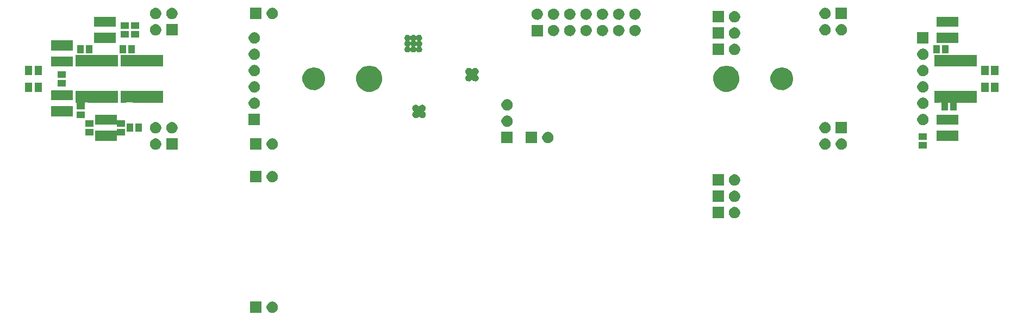
<source format=gbs>
G04 (created by PCBNEW (2013-07-07 BZR 4022)-stable) date 2/23/2014 11:45:34 PM*
%MOIN*%
G04 Gerber Fmt 3.4, Leading zero omitted, Abs format*
%FSLAX34Y34*%
G01*
G70*
G90*
G04 APERTURE LIST*
%ADD10C,0.00590551*%
G04 APERTURE END LIST*
G54D10*
G36*
X830Y14726D02*
X379Y14726D01*
X379Y15297D01*
X830Y15297D01*
X830Y14726D01*
X830Y14726D01*
G37*
G36*
X830Y13696D02*
X379Y13696D01*
X379Y14267D01*
X830Y14267D01*
X830Y13696D01*
X830Y13696D01*
G37*
G36*
X1430Y14726D02*
X979Y14726D01*
X979Y15297D01*
X1430Y15297D01*
X1430Y14726D01*
X1430Y14726D01*
G37*
G36*
X1430Y13696D02*
X979Y13696D01*
X979Y14267D01*
X1430Y14267D01*
X1430Y13696D01*
X1430Y13696D01*
G37*
G36*
X2898Y14566D02*
X2401Y14566D01*
X2401Y14968D01*
X2898Y14968D01*
X2898Y14566D01*
X2898Y14566D01*
G37*
G36*
X2898Y14031D02*
X2401Y14031D01*
X2401Y14433D01*
X2898Y14433D01*
X2898Y14031D01*
X2898Y14031D01*
G37*
G36*
X3311Y16235D02*
X1988Y16235D01*
X1988Y16849D01*
X3311Y16849D01*
X3311Y16235D01*
X3311Y16235D01*
G37*
G36*
X3311Y15250D02*
X1988Y15250D01*
X1988Y15864D01*
X3311Y15864D01*
X3311Y15250D01*
X3311Y15250D01*
G37*
G36*
X3311Y13185D02*
X1988Y13185D01*
X1988Y13799D01*
X3311Y13799D01*
X3311Y13185D01*
X3311Y13185D01*
G37*
G36*
X3311Y12200D02*
X1988Y12200D01*
X1988Y12814D01*
X3311Y12814D01*
X3311Y12200D01*
X3311Y12200D01*
G37*
G36*
X3983Y16051D02*
X3581Y16051D01*
X3581Y16548D01*
X3983Y16548D01*
X3983Y16051D01*
X3983Y16051D01*
G37*
G36*
X4048Y12081D02*
X3551Y12081D01*
X3551Y12483D01*
X4048Y12483D01*
X4048Y12081D01*
X4048Y12081D01*
G37*
G36*
X4518Y16051D02*
X4116Y16051D01*
X4116Y16548D01*
X4518Y16548D01*
X4518Y16051D01*
X4518Y16051D01*
G37*
G36*
X4598Y11566D02*
X4101Y11566D01*
X4101Y11968D01*
X4598Y11968D01*
X4598Y11566D01*
X4598Y11566D01*
G37*
G36*
X4598Y11031D02*
X4101Y11031D01*
X4101Y11433D01*
X4598Y11433D01*
X4598Y11031D01*
X4598Y11031D01*
G37*
G36*
X5961Y17685D02*
X4638Y17685D01*
X4638Y18299D01*
X5961Y18299D01*
X5961Y17685D01*
X5961Y17685D01*
G37*
G36*
X5961Y16700D02*
X4638Y16700D01*
X4638Y17314D01*
X5961Y17314D01*
X5961Y16700D01*
X5961Y16700D01*
G37*
G36*
X6105Y15241D02*
X5890Y15241D01*
X5876Y15241D01*
X5771Y15241D01*
X5757Y15241D01*
X5634Y15241D01*
X5620Y15241D01*
X5515Y15241D01*
X5501Y15241D01*
X5378Y15241D01*
X5364Y15241D01*
X5259Y15241D01*
X5245Y15241D01*
X5122Y15241D01*
X5108Y15241D01*
X5003Y15241D01*
X4989Y15241D01*
X4866Y15241D01*
X4852Y15241D01*
X4747Y15241D01*
X4733Y15241D01*
X4610Y15241D01*
X4596Y15241D01*
X4491Y15241D01*
X4477Y15241D01*
X4354Y15241D01*
X4340Y15241D01*
X4235Y15241D01*
X4221Y15241D01*
X4098Y15241D01*
X4084Y15241D01*
X3979Y15241D01*
X3965Y15241D01*
X3842Y15241D01*
X3828Y15241D01*
X3723Y15241D01*
X3709Y15241D01*
X3494Y15241D01*
X3494Y15962D01*
X3709Y15962D01*
X3723Y15962D01*
X3828Y15962D01*
X3842Y15962D01*
X3965Y15962D01*
X3979Y15962D01*
X4084Y15962D01*
X4098Y15962D01*
X4221Y15962D01*
X4235Y15962D01*
X4340Y15962D01*
X4354Y15962D01*
X4477Y15962D01*
X4491Y15962D01*
X4596Y15962D01*
X4610Y15962D01*
X4733Y15962D01*
X4747Y15962D01*
X4852Y15962D01*
X4866Y15962D01*
X4989Y15962D01*
X5003Y15962D01*
X5108Y15962D01*
X5122Y15962D01*
X5245Y15962D01*
X5259Y15962D01*
X5364Y15962D01*
X5378Y15962D01*
X5501Y15962D01*
X5515Y15962D01*
X5620Y15962D01*
X5634Y15962D01*
X5757Y15962D01*
X5771Y15962D01*
X5876Y15962D01*
X5890Y15962D01*
X6105Y15962D01*
X6105Y15241D01*
X6105Y15241D01*
G37*
G36*
X6105Y13037D02*
X5890Y13037D01*
X5876Y13037D01*
X5771Y13037D01*
X5757Y13037D01*
X5634Y13037D01*
X5620Y13037D01*
X5515Y13037D01*
X5501Y13037D01*
X5378Y13037D01*
X5364Y13037D01*
X5259Y13037D01*
X5245Y13037D01*
X5122Y13037D01*
X5108Y13037D01*
X5003Y13037D01*
X4989Y13037D01*
X4866Y13037D01*
X4852Y13037D01*
X4747Y13037D01*
X4733Y13037D01*
X4610Y13037D01*
X4596Y13037D01*
X4491Y13037D01*
X4477Y13037D01*
X4240Y13037D01*
X4235Y13039D01*
X4221Y13039D01*
X4102Y13039D01*
X4089Y13039D01*
X4088Y13039D01*
X4075Y13039D01*
X4063Y13034D01*
X4053Y13024D01*
X4048Y13012D01*
X4048Y12998D01*
X4048Y12616D01*
X3551Y12616D01*
X3551Y12996D01*
X3551Y13010D01*
X3546Y13022D01*
X3536Y13032D01*
X3524Y13037D01*
X3510Y13037D01*
X3494Y13037D01*
X3494Y13758D01*
X3713Y13758D01*
X3727Y13758D01*
X3732Y13760D01*
X3965Y13760D01*
X3979Y13760D01*
X4088Y13760D01*
X4102Y13760D01*
X4335Y13760D01*
X4340Y13758D01*
X4354Y13758D01*
X4477Y13758D01*
X4491Y13758D01*
X4596Y13758D01*
X4610Y13758D01*
X4733Y13758D01*
X4747Y13758D01*
X4852Y13758D01*
X4866Y13758D01*
X4989Y13758D01*
X5003Y13758D01*
X5108Y13758D01*
X5122Y13758D01*
X5245Y13758D01*
X5259Y13758D01*
X5364Y13758D01*
X5378Y13758D01*
X5501Y13758D01*
X5515Y13758D01*
X5620Y13758D01*
X5634Y13758D01*
X5757Y13758D01*
X5771Y13758D01*
X5876Y13758D01*
X5890Y13758D01*
X6105Y13758D01*
X6105Y13037D01*
X6105Y13037D01*
G37*
G36*
X6523Y11566D02*
X6026Y11566D01*
X6026Y11644D01*
X6026Y11657D01*
X6021Y11670D01*
X6011Y11680D01*
X5999Y11685D01*
X5985Y11685D01*
X4688Y11685D01*
X4688Y12299D01*
X6011Y12299D01*
X6011Y12009D01*
X6011Y11995D01*
X6016Y11983D01*
X6026Y11973D01*
X6038Y11968D01*
X6052Y11968D01*
X6523Y11968D01*
X6523Y11566D01*
X6523Y11566D01*
G37*
G36*
X6523Y11031D02*
X6052Y11031D01*
X6038Y11031D01*
X6026Y11026D01*
X6016Y11016D01*
X6011Y11004D01*
X6011Y10990D01*
X6011Y10700D01*
X4688Y10700D01*
X4688Y11314D01*
X5985Y11314D01*
X5999Y11314D01*
X6011Y11319D01*
X6021Y11329D01*
X6026Y11342D01*
X6026Y11355D01*
X6026Y11433D01*
X6523Y11433D01*
X6523Y11031D01*
X6523Y11031D01*
G37*
G36*
X6583Y16051D02*
X6181Y16051D01*
X6181Y16548D01*
X6583Y16548D01*
X6583Y16051D01*
X6583Y16051D01*
G37*
G36*
X6748Y17566D02*
X6251Y17566D01*
X6251Y17968D01*
X6748Y17968D01*
X6748Y17566D01*
X6748Y17566D01*
G37*
G36*
X6748Y17031D02*
X6251Y17031D01*
X6251Y17433D01*
X6748Y17433D01*
X6748Y17031D01*
X6748Y17031D01*
G37*
G36*
X7033Y11251D02*
X6631Y11251D01*
X6631Y11748D01*
X7033Y11748D01*
X7033Y11251D01*
X7033Y11251D01*
G37*
G36*
X7118Y16051D02*
X6716Y16051D01*
X6716Y16548D01*
X7118Y16548D01*
X7118Y16051D01*
X7118Y16051D01*
G37*
G36*
X7398Y17566D02*
X6901Y17566D01*
X6901Y17968D01*
X7398Y17968D01*
X7398Y17566D01*
X7398Y17566D01*
G37*
G36*
X7398Y17031D02*
X6901Y17031D01*
X6901Y17433D01*
X7398Y17433D01*
X7398Y17031D01*
X7398Y17031D01*
G37*
G36*
X7568Y11251D02*
X7166Y11251D01*
X7166Y11748D01*
X7568Y11748D01*
X7568Y11251D01*
X7568Y11251D01*
G37*
G36*
X8745Y18531D02*
X8744Y18458D01*
X8728Y18388D01*
X8702Y18330D01*
X8660Y18271D01*
X8615Y18228D01*
X8554Y18189D01*
X8495Y18166D01*
X8423Y18153D01*
X8361Y18155D01*
X8290Y18170D01*
X8233Y18195D01*
X8172Y18237D01*
X8129Y18282D01*
X8090Y18343D01*
X8067Y18401D01*
X8054Y18473D01*
X8054Y18535D01*
X8070Y18607D01*
X8094Y18664D01*
X8136Y18725D01*
X8180Y18768D01*
X8242Y18808D01*
X8299Y18831D01*
X8371Y18845D01*
X8433Y18845D01*
X8505Y18830D01*
X8562Y18806D01*
X8623Y18765D01*
X8666Y18721D01*
X8707Y18659D01*
X8731Y18603D01*
X8745Y18531D01*
X8745Y18531D01*
G37*
G36*
X8745Y17531D02*
X8744Y17458D01*
X8728Y17388D01*
X8702Y17330D01*
X8660Y17271D01*
X8615Y17228D01*
X8554Y17189D01*
X8495Y17166D01*
X8423Y17153D01*
X8361Y17155D01*
X8290Y17170D01*
X8233Y17195D01*
X8172Y17237D01*
X8129Y17282D01*
X8090Y17343D01*
X8067Y17401D01*
X8054Y17473D01*
X8054Y17535D01*
X8070Y17607D01*
X8094Y17664D01*
X8136Y17725D01*
X8180Y17768D01*
X8242Y17808D01*
X8299Y17831D01*
X8371Y17845D01*
X8433Y17845D01*
X8505Y17830D01*
X8562Y17806D01*
X8623Y17765D01*
X8666Y17721D01*
X8707Y17659D01*
X8731Y17603D01*
X8745Y17531D01*
X8745Y17531D01*
G37*
G36*
X8745Y11531D02*
X8744Y11458D01*
X8728Y11388D01*
X8702Y11330D01*
X8660Y11271D01*
X8615Y11228D01*
X8554Y11189D01*
X8495Y11166D01*
X8423Y11153D01*
X8361Y11155D01*
X8290Y11170D01*
X8233Y11195D01*
X8172Y11237D01*
X8129Y11282D01*
X8090Y11343D01*
X8067Y11401D01*
X8054Y11473D01*
X8054Y11535D01*
X8070Y11607D01*
X8094Y11664D01*
X8136Y11725D01*
X8180Y11768D01*
X8242Y11808D01*
X8299Y11831D01*
X8371Y11845D01*
X8433Y11845D01*
X8505Y11830D01*
X8562Y11806D01*
X8623Y11765D01*
X8666Y11721D01*
X8707Y11659D01*
X8731Y11603D01*
X8745Y11531D01*
X8745Y11531D01*
G37*
G36*
X8745Y10531D02*
X8744Y10458D01*
X8728Y10388D01*
X8702Y10330D01*
X8660Y10271D01*
X8615Y10228D01*
X8554Y10189D01*
X8495Y10166D01*
X8423Y10153D01*
X8361Y10155D01*
X8290Y10170D01*
X8233Y10195D01*
X8172Y10237D01*
X8129Y10282D01*
X8090Y10343D01*
X8067Y10401D01*
X8054Y10473D01*
X8054Y10535D01*
X8070Y10607D01*
X8094Y10664D01*
X8136Y10725D01*
X8180Y10768D01*
X8242Y10808D01*
X8299Y10831D01*
X8371Y10845D01*
X8433Y10845D01*
X8505Y10830D01*
X8562Y10806D01*
X8623Y10765D01*
X8666Y10721D01*
X8707Y10659D01*
X8731Y10603D01*
X8745Y10531D01*
X8745Y10531D01*
G37*
G36*
X8855Y15241D02*
X8640Y15241D01*
X8626Y15241D01*
X8521Y15241D01*
X8507Y15241D01*
X8384Y15241D01*
X8370Y15241D01*
X8265Y15241D01*
X8251Y15241D01*
X8128Y15241D01*
X8114Y15241D01*
X8009Y15241D01*
X7995Y15241D01*
X7872Y15241D01*
X7858Y15241D01*
X7753Y15241D01*
X7739Y15241D01*
X7616Y15241D01*
X7602Y15241D01*
X7497Y15241D01*
X7483Y15241D01*
X7360Y15241D01*
X7346Y15241D01*
X7241Y15241D01*
X7227Y15241D01*
X7104Y15241D01*
X7090Y15241D01*
X6985Y15241D01*
X6971Y15241D01*
X6848Y15241D01*
X6834Y15241D01*
X6729Y15241D01*
X6715Y15241D01*
X6592Y15241D01*
X6578Y15241D01*
X6473Y15241D01*
X6459Y15241D01*
X6244Y15241D01*
X6244Y15962D01*
X6459Y15962D01*
X6473Y15962D01*
X6578Y15962D01*
X6592Y15962D01*
X6715Y15962D01*
X6729Y15962D01*
X6834Y15962D01*
X6848Y15962D01*
X6971Y15962D01*
X6985Y15962D01*
X7090Y15962D01*
X7104Y15962D01*
X7227Y15962D01*
X7241Y15962D01*
X7346Y15962D01*
X7360Y15962D01*
X7483Y15962D01*
X7497Y15962D01*
X7602Y15962D01*
X7616Y15962D01*
X7739Y15962D01*
X7753Y15962D01*
X7858Y15962D01*
X7872Y15962D01*
X7995Y15962D01*
X8009Y15962D01*
X8114Y15962D01*
X8128Y15962D01*
X8251Y15962D01*
X8265Y15962D01*
X8370Y15962D01*
X8384Y15962D01*
X8507Y15962D01*
X8521Y15962D01*
X8626Y15962D01*
X8640Y15962D01*
X8855Y15962D01*
X8855Y15241D01*
X8855Y15241D01*
G37*
G36*
X8855Y13037D02*
X8640Y13037D01*
X8626Y13037D01*
X8521Y13037D01*
X8507Y13037D01*
X8384Y13037D01*
X8370Y13037D01*
X8265Y13037D01*
X8251Y13037D01*
X8128Y13037D01*
X8114Y13037D01*
X8009Y13037D01*
X7995Y13037D01*
X7872Y13037D01*
X7858Y13037D01*
X7753Y13037D01*
X7739Y13037D01*
X7616Y13037D01*
X7602Y13037D01*
X7497Y13037D01*
X7483Y13037D01*
X7360Y13037D01*
X7346Y13037D01*
X7241Y13037D01*
X7227Y13037D01*
X6990Y13037D01*
X6985Y13039D01*
X6971Y13039D01*
X6852Y13039D01*
X6838Y13039D01*
X6729Y13039D01*
X6715Y13039D01*
X6592Y13039D01*
X6578Y13039D01*
X6573Y13037D01*
X6244Y13037D01*
X6244Y13758D01*
X6463Y13758D01*
X6477Y13758D01*
X6482Y13760D01*
X6715Y13760D01*
X6729Y13760D01*
X6838Y13760D01*
X6852Y13760D01*
X7085Y13760D01*
X7090Y13758D01*
X7104Y13758D01*
X7227Y13758D01*
X7241Y13758D01*
X7346Y13758D01*
X7360Y13758D01*
X7483Y13758D01*
X7497Y13758D01*
X7602Y13758D01*
X7616Y13758D01*
X7739Y13758D01*
X7753Y13758D01*
X7858Y13758D01*
X7872Y13758D01*
X7995Y13758D01*
X8009Y13758D01*
X8114Y13758D01*
X8128Y13758D01*
X8251Y13758D01*
X8265Y13758D01*
X8370Y13758D01*
X8384Y13758D01*
X8507Y13758D01*
X8521Y13758D01*
X8626Y13758D01*
X8640Y13758D01*
X8855Y13758D01*
X8855Y13037D01*
X8855Y13037D01*
G37*
G36*
X9745Y18531D02*
X9744Y18458D01*
X9728Y18388D01*
X9702Y18330D01*
X9660Y18271D01*
X9615Y18228D01*
X9554Y18189D01*
X9495Y18166D01*
X9423Y18153D01*
X9361Y18155D01*
X9290Y18170D01*
X9233Y18195D01*
X9172Y18237D01*
X9129Y18282D01*
X9090Y18343D01*
X9067Y18401D01*
X9054Y18473D01*
X9054Y18535D01*
X9070Y18607D01*
X9094Y18664D01*
X9136Y18725D01*
X9180Y18768D01*
X9242Y18808D01*
X9299Y18831D01*
X9371Y18845D01*
X9433Y18845D01*
X9505Y18830D01*
X9562Y18806D01*
X9623Y18765D01*
X9666Y18721D01*
X9707Y18659D01*
X9731Y18603D01*
X9745Y18531D01*
X9745Y18531D01*
G37*
G36*
X9745Y11531D02*
X9744Y11458D01*
X9728Y11388D01*
X9702Y11330D01*
X9660Y11271D01*
X9615Y11228D01*
X9554Y11189D01*
X9495Y11166D01*
X9423Y11153D01*
X9361Y11155D01*
X9290Y11170D01*
X9233Y11195D01*
X9172Y11237D01*
X9129Y11282D01*
X9090Y11343D01*
X9067Y11401D01*
X9054Y11473D01*
X9054Y11535D01*
X9070Y11607D01*
X9094Y11664D01*
X9136Y11725D01*
X9180Y11768D01*
X9242Y11808D01*
X9299Y11831D01*
X9371Y11845D01*
X9433Y11845D01*
X9505Y11830D01*
X9562Y11806D01*
X9623Y11765D01*
X9666Y11721D01*
X9707Y11659D01*
X9731Y11603D01*
X9745Y11531D01*
X9745Y11531D01*
G37*
G36*
X9745Y17154D02*
X9054Y17154D01*
X9054Y17845D01*
X9745Y17845D01*
X9745Y17154D01*
X9745Y17154D01*
G37*
G36*
X9745Y10154D02*
X9054Y10154D01*
X9054Y10845D01*
X9745Y10845D01*
X9745Y10154D01*
X9745Y10154D01*
G37*
G36*
X14795Y17031D02*
X14794Y16958D01*
X14778Y16888D01*
X14752Y16830D01*
X14710Y16771D01*
X14665Y16728D01*
X14604Y16689D01*
X14545Y16666D01*
X14473Y16653D01*
X14411Y16655D01*
X14340Y16670D01*
X14283Y16695D01*
X14222Y16737D01*
X14179Y16782D01*
X14140Y16843D01*
X14117Y16901D01*
X14104Y16973D01*
X14104Y17035D01*
X14120Y17107D01*
X14144Y17164D01*
X14186Y17225D01*
X14230Y17268D01*
X14292Y17308D01*
X14349Y17331D01*
X14421Y17345D01*
X14483Y17345D01*
X14555Y17330D01*
X14612Y17306D01*
X14673Y17265D01*
X14716Y17221D01*
X14757Y17159D01*
X14781Y17103D01*
X14795Y17031D01*
X14795Y17031D01*
G37*
G36*
X14795Y16031D02*
X14794Y15958D01*
X14778Y15888D01*
X14752Y15830D01*
X14710Y15771D01*
X14665Y15728D01*
X14604Y15689D01*
X14545Y15666D01*
X14473Y15653D01*
X14411Y15655D01*
X14340Y15670D01*
X14283Y15695D01*
X14222Y15737D01*
X14179Y15782D01*
X14140Y15843D01*
X14117Y15901D01*
X14104Y15973D01*
X14104Y16035D01*
X14120Y16107D01*
X14144Y16164D01*
X14186Y16225D01*
X14230Y16268D01*
X14292Y16308D01*
X14349Y16331D01*
X14421Y16345D01*
X14483Y16345D01*
X14555Y16330D01*
X14612Y16306D01*
X14673Y16265D01*
X14716Y16221D01*
X14757Y16159D01*
X14781Y16103D01*
X14795Y16031D01*
X14795Y16031D01*
G37*
G36*
X14795Y15031D02*
X14794Y14958D01*
X14778Y14888D01*
X14752Y14830D01*
X14710Y14771D01*
X14665Y14728D01*
X14604Y14689D01*
X14545Y14666D01*
X14473Y14653D01*
X14411Y14655D01*
X14340Y14670D01*
X14283Y14695D01*
X14222Y14737D01*
X14179Y14782D01*
X14140Y14843D01*
X14117Y14901D01*
X14104Y14973D01*
X14104Y15035D01*
X14120Y15107D01*
X14144Y15164D01*
X14186Y15225D01*
X14230Y15268D01*
X14292Y15308D01*
X14349Y15331D01*
X14421Y15345D01*
X14483Y15345D01*
X14555Y15330D01*
X14612Y15306D01*
X14673Y15265D01*
X14716Y15221D01*
X14757Y15159D01*
X14781Y15103D01*
X14795Y15031D01*
X14795Y15031D01*
G37*
G36*
X14795Y14031D02*
X14794Y13958D01*
X14778Y13888D01*
X14752Y13830D01*
X14710Y13771D01*
X14665Y13728D01*
X14604Y13689D01*
X14545Y13666D01*
X14473Y13653D01*
X14411Y13655D01*
X14340Y13670D01*
X14283Y13695D01*
X14222Y13737D01*
X14179Y13782D01*
X14140Y13843D01*
X14117Y13901D01*
X14104Y13973D01*
X14104Y14035D01*
X14120Y14107D01*
X14144Y14164D01*
X14186Y14225D01*
X14230Y14268D01*
X14292Y14308D01*
X14349Y14331D01*
X14421Y14345D01*
X14483Y14345D01*
X14555Y14330D01*
X14612Y14306D01*
X14673Y14265D01*
X14716Y14221D01*
X14757Y14159D01*
X14781Y14103D01*
X14795Y14031D01*
X14795Y14031D01*
G37*
G36*
X14795Y13031D02*
X14794Y12958D01*
X14778Y12888D01*
X14752Y12830D01*
X14710Y12771D01*
X14665Y12728D01*
X14604Y12689D01*
X14545Y12666D01*
X14473Y12653D01*
X14411Y12655D01*
X14340Y12670D01*
X14283Y12695D01*
X14222Y12737D01*
X14179Y12782D01*
X14140Y12843D01*
X14117Y12901D01*
X14104Y12973D01*
X14104Y13035D01*
X14120Y13107D01*
X14144Y13164D01*
X14186Y13225D01*
X14230Y13268D01*
X14292Y13308D01*
X14349Y13331D01*
X14421Y13345D01*
X14483Y13345D01*
X14555Y13330D01*
X14612Y13306D01*
X14673Y13265D01*
X14716Y13221D01*
X14757Y13159D01*
X14781Y13103D01*
X14795Y13031D01*
X14795Y13031D01*
G37*
G36*
X14795Y11654D02*
X14104Y11654D01*
X14104Y12345D01*
X14795Y12345D01*
X14795Y11654D01*
X14795Y11654D01*
G37*
G36*
X14895Y18154D02*
X14204Y18154D01*
X14204Y18845D01*
X14895Y18845D01*
X14895Y18154D01*
X14895Y18154D01*
G37*
G36*
X14895Y10154D02*
X14204Y10154D01*
X14204Y10845D01*
X14895Y10845D01*
X14895Y10154D01*
X14895Y10154D01*
G37*
G36*
X14895Y8154D02*
X14204Y8154D01*
X14204Y8845D01*
X14895Y8845D01*
X14895Y8154D01*
X14895Y8154D01*
G37*
G36*
X14895Y154D02*
X14204Y154D01*
X14204Y845D01*
X14895Y845D01*
X14895Y154D01*
X14895Y154D01*
G37*
G36*
X15895Y18531D02*
X15894Y18458D01*
X15878Y18388D01*
X15852Y18330D01*
X15810Y18271D01*
X15765Y18228D01*
X15704Y18189D01*
X15645Y18166D01*
X15573Y18153D01*
X15511Y18155D01*
X15440Y18170D01*
X15383Y18195D01*
X15322Y18237D01*
X15279Y18282D01*
X15240Y18343D01*
X15217Y18401D01*
X15204Y18473D01*
X15204Y18535D01*
X15220Y18607D01*
X15244Y18664D01*
X15286Y18725D01*
X15330Y18768D01*
X15392Y18808D01*
X15449Y18831D01*
X15521Y18845D01*
X15583Y18845D01*
X15655Y18830D01*
X15712Y18806D01*
X15773Y18765D01*
X15816Y18721D01*
X15857Y18659D01*
X15881Y18603D01*
X15895Y18531D01*
X15895Y18531D01*
G37*
G36*
X15895Y10531D02*
X15894Y10458D01*
X15878Y10388D01*
X15852Y10330D01*
X15810Y10271D01*
X15765Y10228D01*
X15704Y10189D01*
X15645Y10166D01*
X15573Y10153D01*
X15511Y10155D01*
X15440Y10170D01*
X15383Y10195D01*
X15322Y10237D01*
X15279Y10282D01*
X15240Y10343D01*
X15217Y10401D01*
X15204Y10473D01*
X15204Y10535D01*
X15220Y10607D01*
X15244Y10664D01*
X15286Y10725D01*
X15330Y10768D01*
X15392Y10808D01*
X15449Y10831D01*
X15521Y10845D01*
X15583Y10845D01*
X15655Y10830D01*
X15712Y10806D01*
X15773Y10765D01*
X15816Y10721D01*
X15857Y10659D01*
X15881Y10603D01*
X15895Y10531D01*
X15895Y10531D01*
G37*
G36*
X15895Y8531D02*
X15894Y8458D01*
X15878Y8388D01*
X15852Y8330D01*
X15810Y8271D01*
X15765Y8228D01*
X15704Y8189D01*
X15645Y8166D01*
X15573Y8153D01*
X15511Y8155D01*
X15440Y8170D01*
X15383Y8195D01*
X15322Y8237D01*
X15279Y8282D01*
X15240Y8343D01*
X15217Y8401D01*
X15204Y8473D01*
X15204Y8535D01*
X15220Y8607D01*
X15244Y8664D01*
X15286Y8725D01*
X15330Y8768D01*
X15392Y8808D01*
X15449Y8831D01*
X15521Y8845D01*
X15583Y8845D01*
X15655Y8830D01*
X15712Y8806D01*
X15773Y8765D01*
X15816Y8721D01*
X15857Y8659D01*
X15881Y8603D01*
X15895Y8531D01*
X15895Y8531D01*
G37*
G36*
X15895Y531D02*
X15894Y458D01*
X15878Y388D01*
X15852Y330D01*
X15810Y271D01*
X15765Y228D01*
X15704Y189D01*
X15645Y166D01*
X15573Y153D01*
X15511Y155D01*
X15440Y170D01*
X15383Y195D01*
X15322Y237D01*
X15279Y282D01*
X15240Y343D01*
X15217Y401D01*
X15204Y473D01*
X15204Y535D01*
X15220Y607D01*
X15244Y664D01*
X15286Y725D01*
X15330Y768D01*
X15392Y808D01*
X15449Y831D01*
X15521Y845D01*
X15583Y845D01*
X15655Y830D01*
X15712Y806D01*
X15773Y765D01*
X15816Y721D01*
X15857Y659D01*
X15881Y603D01*
X15895Y531D01*
X15895Y531D01*
G37*
G36*
X18795Y14565D02*
X18793Y14414D01*
X18762Y14277D01*
X18708Y14157D01*
X18627Y14041D01*
X18532Y13951D01*
X18412Y13875D01*
X18290Y13827D01*
X18150Y13803D01*
X18019Y13805D01*
X17881Y13836D01*
X17761Y13888D01*
X17645Y13969D01*
X17554Y14063D01*
X17477Y14183D01*
X17429Y14304D01*
X17403Y14444D01*
X17405Y14574D01*
X17434Y14714D01*
X17486Y14833D01*
X17566Y14951D01*
X17659Y15042D01*
X17779Y15120D01*
X17899Y15169D01*
X18039Y15196D01*
X18169Y15195D01*
X18309Y15166D01*
X18429Y15116D01*
X18547Y15036D01*
X18639Y14944D01*
X18718Y14825D01*
X18767Y14705D01*
X18795Y14565D01*
X18795Y14565D01*
G37*
G36*
X22300Y14575D02*
X22298Y14401D01*
X22262Y14243D01*
X22200Y14105D01*
X22107Y13972D01*
X21997Y13867D01*
X21860Y13781D01*
X21718Y13726D01*
X21558Y13698D01*
X21407Y13701D01*
X21248Y13736D01*
X21110Y13796D01*
X20976Y13889D01*
X20871Y13998D01*
X20783Y14134D01*
X20727Y14275D01*
X20698Y14435D01*
X20700Y14586D01*
X20734Y14746D01*
X20793Y14884D01*
X20885Y15019D01*
X20993Y15124D01*
X21130Y15214D01*
X21269Y15270D01*
X21430Y15301D01*
X21580Y15300D01*
X21740Y15267D01*
X21879Y15208D01*
X22015Y15117D01*
X22121Y15010D01*
X22211Y14874D01*
X22268Y14735D01*
X22300Y14575D01*
X22300Y14575D01*
G37*
G36*
X24742Y16311D02*
X24742Y16274D01*
X24733Y16233D01*
X24720Y16204D01*
X24695Y16170D01*
X24672Y16148D01*
X24637Y16125D01*
X24607Y16114D01*
X24566Y16106D01*
X24534Y16107D01*
X24493Y16116D01*
X24464Y16129D01*
X24452Y16137D01*
X24452Y16466D01*
X24452Y16479D01*
X24452Y16820D01*
X24452Y16834D01*
X24447Y16846D01*
X24437Y16856D01*
X24429Y16862D01*
X24407Y16884D01*
X24405Y16887D01*
X24396Y16897D01*
X24383Y16902D01*
X24369Y16902D01*
X24357Y16897D01*
X24347Y16887D01*
X24341Y16878D01*
X24318Y16856D01*
X24317Y16855D01*
X24307Y16846D01*
X24302Y16833D01*
X24302Y16820D01*
X24307Y16807D01*
X24317Y16797D01*
X24323Y16793D01*
X24344Y16772D01*
X24348Y16766D01*
X24357Y16757D01*
X24370Y16752D01*
X24384Y16752D01*
X24396Y16757D01*
X24406Y16766D01*
X24411Y16774D01*
X24433Y16795D01*
X24437Y16798D01*
X24447Y16807D01*
X24452Y16820D01*
X24452Y16479D01*
X24447Y16492D01*
X24437Y16502D01*
X24429Y16507D01*
X24407Y16530D01*
X24405Y16533D01*
X24396Y16542D01*
X24383Y16547D01*
X24369Y16547D01*
X24357Y16542D01*
X24347Y16533D01*
X24341Y16524D01*
X24318Y16502D01*
X24317Y16501D01*
X24307Y16491D01*
X24302Y16479D01*
X24302Y16465D01*
X24307Y16453D01*
X24317Y16443D01*
X24323Y16439D01*
X24344Y16417D01*
X24348Y16412D01*
X24357Y16402D01*
X24370Y16397D01*
X24384Y16397D01*
X24396Y16402D01*
X24406Y16412D01*
X24411Y16419D01*
X24433Y16441D01*
X24437Y16443D01*
X24447Y16453D01*
X24452Y16466D01*
X24452Y16137D01*
X24437Y16147D01*
X24429Y16153D01*
X24407Y16175D01*
X24405Y16178D01*
X24396Y16188D01*
X24383Y16193D01*
X24369Y16193D01*
X24357Y16188D01*
X24347Y16178D01*
X24341Y16170D01*
X24318Y16148D01*
X24282Y16125D01*
X24253Y16114D01*
X24211Y16106D01*
X24180Y16107D01*
X24138Y16116D01*
X24110Y16129D01*
X24097Y16137D01*
X24097Y16466D01*
X24097Y16479D01*
X24097Y16820D01*
X24097Y16834D01*
X24092Y16846D01*
X24083Y16856D01*
X24075Y16862D01*
X24053Y16884D01*
X24051Y16887D01*
X24041Y16897D01*
X24029Y16902D01*
X24015Y16902D01*
X24003Y16897D01*
X23993Y16887D01*
X23987Y16878D01*
X23964Y16856D01*
X23963Y16855D01*
X23953Y16846D01*
X23948Y16833D01*
X23948Y16820D01*
X23953Y16807D01*
X23963Y16797D01*
X23968Y16793D01*
X23990Y16772D01*
X23993Y16766D01*
X24003Y16757D01*
X24016Y16752D01*
X24029Y16752D01*
X24042Y16757D01*
X24052Y16766D01*
X24056Y16774D01*
X24078Y16795D01*
X24083Y16798D01*
X24092Y16807D01*
X24097Y16820D01*
X24097Y16479D01*
X24092Y16492D01*
X24083Y16502D01*
X24075Y16507D01*
X24053Y16530D01*
X24051Y16533D01*
X24041Y16542D01*
X24029Y16547D01*
X24015Y16547D01*
X24003Y16542D01*
X23993Y16533D01*
X23987Y16524D01*
X23964Y16502D01*
X23963Y16501D01*
X23953Y16491D01*
X23948Y16479D01*
X23948Y16465D01*
X23953Y16453D01*
X23963Y16443D01*
X23968Y16439D01*
X23990Y16417D01*
X23993Y16412D01*
X24003Y16402D01*
X24016Y16397D01*
X24029Y16397D01*
X24042Y16402D01*
X24052Y16412D01*
X24056Y16419D01*
X24078Y16441D01*
X24083Y16443D01*
X24092Y16453D01*
X24097Y16466D01*
X24097Y16137D01*
X24083Y16147D01*
X24075Y16153D01*
X24053Y16175D01*
X24051Y16178D01*
X24041Y16188D01*
X24029Y16193D01*
X24015Y16193D01*
X24003Y16188D01*
X23993Y16178D01*
X23987Y16170D01*
X23964Y16148D01*
X23928Y16125D01*
X23899Y16114D01*
X23857Y16106D01*
X23825Y16107D01*
X23784Y16116D01*
X23755Y16129D01*
X23720Y16153D01*
X23699Y16175D01*
X23675Y16211D01*
X23664Y16240D01*
X23656Y16282D01*
X23657Y16313D01*
X23666Y16355D01*
X23678Y16384D01*
X23702Y16419D01*
X23724Y16441D01*
X23728Y16443D01*
X23738Y16453D01*
X23743Y16466D01*
X23743Y16479D01*
X23738Y16492D01*
X23728Y16502D01*
X23720Y16507D01*
X23699Y16530D01*
X23675Y16566D01*
X23664Y16595D01*
X23656Y16637D01*
X23657Y16668D01*
X23666Y16710D01*
X23678Y16738D01*
X23702Y16774D01*
X23724Y16795D01*
X23728Y16798D01*
X23738Y16807D01*
X23743Y16820D01*
X23743Y16834D01*
X23738Y16846D01*
X23728Y16856D01*
X23720Y16862D01*
X23699Y16884D01*
X23675Y16920D01*
X23664Y16949D01*
X23656Y16991D01*
X23657Y17022D01*
X23666Y17064D01*
X23678Y17092D01*
X23702Y17128D01*
X23724Y17149D01*
X23760Y17173D01*
X23789Y17185D01*
X23831Y17193D01*
X23862Y17192D01*
X23904Y17184D01*
X23932Y17172D01*
X23968Y17148D01*
X23990Y17126D01*
X23993Y17121D01*
X24003Y17111D01*
X24016Y17106D01*
X24029Y17106D01*
X24042Y17111D01*
X24052Y17121D01*
X24056Y17128D01*
X24078Y17149D01*
X24115Y17173D01*
X24143Y17185D01*
X24186Y17193D01*
X24216Y17192D01*
X24259Y17184D01*
X24287Y17172D01*
X24323Y17148D01*
X24344Y17126D01*
X24348Y17121D01*
X24357Y17111D01*
X24370Y17106D01*
X24384Y17106D01*
X24396Y17111D01*
X24406Y17121D01*
X24411Y17128D01*
X24433Y17149D01*
X24469Y17173D01*
X24497Y17185D01*
X24540Y17193D01*
X24570Y17192D01*
X24613Y17184D01*
X24641Y17172D01*
X24677Y17148D01*
X24698Y17126D01*
X24723Y17090D01*
X24734Y17062D01*
X24742Y17020D01*
X24742Y16983D01*
X24733Y16942D01*
X24720Y16913D01*
X24695Y16878D01*
X24672Y16856D01*
X24671Y16855D01*
X24662Y16846D01*
X24656Y16833D01*
X24656Y16820D01*
X24662Y16807D01*
X24671Y16797D01*
X24677Y16793D01*
X24698Y16772D01*
X24723Y16735D01*
X24734Y16707D01*
X24742Y16665D01*
X24742Y16628D01*
X24733Y16587D01*
X24720Y16558D01*
X24695Y16524D01*
X24672Y16502D01*
X24671Y16501D01*
X24662Y16491D01*
X24656Y16479D01*
X24656Y16465D01*
X24662Y16453D01*
X24671Y16443D01*
X24677Y16439D01*
X24698Y16417D01*
X24723Y16381D01*
X24734Y16353D01*
X24742Y16311D01*
X24742Y16311D01*
G37*
G36*
X24962Y12321D02*
X24961Y12278D01*
X24951Y12232D01*
X24936Y12198D01*
X24908Y12159D01*
X24882Y12134D01*
X24842Y12108D01*
X24807Y12095D01*
X24760Y12087D01*
X24723Y12088D01*
X24677Y12098D01*
X24643Y12112D01*
X24604Y12140D01*
X24579Y12166D01*
X24578Y12167D01*
X24568Y12176D01*
X24556Y12182D01*
X24542Y12182D01*
X24530Y12176D01*
X24520Y12167D01*
X24515Y12159D01*
X24488Y12134D01*
X24448Y12108D01*
X24413Y12095D01*
X24367Y12087D01*
X24330Y12088D01*
X24283Y12098D01*
X24250Y12112D01*
X24210Y12140D01*
X24185Y12166D01*
X24159Y12206D01*
X24145Y12240D01*
X24137Y12287D01*
X24137Y12324D01*
X24147Y12371D01*
X24162Y12404D01*
X24189Y12444D01*
X24215Y12469D01*
X24217Y12471D01*
X24226Y12480D01*
X24232Y12493D01*
X24232Y12507D01*
X24226Y12519D01*
X24217Y12529D01*
X24210Y12533D01*
X24185Y12560D01*
X24159Y12600D01*
X24145Y12634D01*
X24137Y12681D01*
X24137Y12718D01*
X24147Y12765D01*
X24162Y12798D01*
X24189Y12838D01*
X24215Y12863D01*
X24255Y12890D01*
X24289Y12903D01*
X24336Y12912D01*
X24372Y12912D01*
X24420Y12902D01*
X24453Y12888D01*
X24493Y12861D01*
X24518Y12836D01*
X24521Y12832D01*
X24530Y12823D01*
X24543Y12817D01*
X24556Y12817D01*
X24569Y12823D01*
X24579Y12832D01*
X24583Y12838D01*
X24608Y12863D01*
X24649Y12890D01*
X24682Y12903D01*
X24730Y12912D01*
X24766Y12912D01*
X24813Y12902D01*
X24846Y12888D01*
X24887Y12861D01*
X24912Y12836D01*
X24939Y12795D01*
X24953Y12762D01*
X24962Y12715D01*
X24961Y12672D01*
X24951Y12626D01*
X24936Y12592D01*
X24908Y12553D01*
X24882Y12528D01*
X24873Y12519D01*
X24868Y12506D01*
X24868Y12492D01*
X24873Y12480D01*
X24882Y12470D01*
X24887Y12467D01*
X24912Y12442D01*
X24939Y12401D01*
X24953Y12368D01*
X24962Y12321D01*
X24962Y12321D01*
G37*
G36*
X28212Y14571D02*
X28211Y14528D01*
X28201Y14482D01*
X28186Y14448D01*
X28158Y14409D01*
X28132Y14384D01*
X28092Y14358D01*
X28057Y14345D01*
X28010Y14337D01*
X27973Y14338D01*
X27927Y14348D01*
X27893Y14362D01*
X27854Y14390D01*
X27829Y14416D01*
X27828Y14417D01*
X27818Y14426D01*
X27806Y14432D01*
X27792Y14432D01*
X27780Y14426D01*
X27770Y14417D01*
X27765Y14409D01*
X27738Y14384D01*
X27698Y14358D01*
X27663Y14345D01*
X27617Y14337D01*
X27580Y14338D01*
X27533Y14348D01*
X27500Y14362D01*
X27460Y14390D01*
X27435Y14416D01*
X27409Y14456D01*
X27395Y14490D01*
X27387Y14537D01*
X27387Y14574D01*
X27397Y14621D01*
X27412Y14654D01*
X27439Y14694D01*
X27465Y14719D01*
X27467Y14721D01*
X27476Y14730D01*
X27482Y14743D01*
X27482Y14757D01*
X27476Y14769D01*
X27467Y14779D01*
X27460Y14783D01*
X27435Y14810D01*
X27409Y14850D01*
X27395Y14884D01*
X27387Y14931D01*
X27387Y14968D01*
X27397Y15015D01*
X27412Y15048D01*
X27439Y15088D01*
X27465Y15113D01*
X27505Y15140D01*
X27539Y15153D01*
X27586Y15162D01*
X27622Y15162D01*
X27670Y15152D01*
X27703Y15138D01*
X27743Y15111D01*
X27768Y15086D01*
X27771Y15082D01*
X27780Y15073D01*
X27793Y15067D01*
X27806Y15067D01*
X27819Y15073D01*
X27829Y15082D01*
X27833Y15088D01*
X27858Y15113D01*
X27899Y15140D01*
X27932Y15153D01*
X27980Y15162D01*
X28016Y15162D01*
X28063Y15152D01*
X28096Y15138D01*
X28137Y15111D01*
X28162Y15086D01*
X28189Y15045D01*
X28203Y15012D01*
X28212Y14965D01*
X28211Y14922D01*
X28201Y14876D01*
X28186Y14842D01*
X28158Y14803D01*
X28132Y14778D01*
X28123Y14769D01*
X28118Y14756D01*
X28118Y14742D01*
X28123Y14730D01*
X28132Y14720D01*
X28137Y14717D01*
X28162Y14692D01*
X28189Y14651D01*
X28203Y14618D01*
X28212Y14571D01*
X28212Y14571D01*
G37*
G36*
X30295Y12931D02*
X30294Y12858D01*
X30278Y12788D01*
X30252Y12730D01*
X30210Y12671D01*
X30165Y12628D01*
X30104Y12589D01*
X30045Y12566D01*
X29973Y12553D01*
X29911Y12555D01*
X29840Y12570D01*
X29783Y12595D01*
X29722Y12637D01*
X29679Y12682D01*
X29640Y12743D01*
X29617Y12801D01*
X29604Y12873D01*
X29604Y12935D01*
X29620Y13007D01*
X29644Y13064D01*
X29686Y13125D01*
X29730Y13168D01*
X29792Y13208D01*
X29849Y13231D01*
X29921Y13245D01*
X29983Y13245D01*
X30055Y13230D01*
X30112Y13206D01*
X30173Y13165D01*
X30216Y13121D01*
X30257Y13059D01*
X30281Y13003D01*
X30295Y12931D01*
X30295Y12931D01*
G37*
G36*
X30295Y11931D02*
X30294Y11858D01*
X30278Y11788D01*
X30252Y11730D01*
X30210Y11671D01*
X30165Y11628D01*
X30104Y11589D01*
X30045Y11566D01*
X29973Y11553D01*
X29911Y11555D01*
X29840Y11570D01*
X29783Y11595D01*
X29722Y11637D01*
X29679Y11682D01*
X29640Y11743D01*
X29617Y11801D01*
X29604Y11873D01*
X29604Y11935D01*
X29620Y12007D01*
X29644Y12064D01*
X29686Y12125D01*
X29730Y12168D01*
X29792Y12208D01*
X29849Y12231D01*
X29921Y12245D01*
X29983Y12245D01*
X30055Y12230D01*
X30112Y12206D01*
X30173Y12165D01*
X30216Y12121D01*
X30257Y12059D01*
X30281Y12003D01*
X30295Y11931D01*
X30295Y11931D01*
G37*
G36*
X30295Y10554D02*
X29604Y10554D01*
X29604Y11245D01*
X30295Y11245D01*
X30295Y10554D01*
X30295Y10554D01*
G37*
G36*
X31795Y10554D02*
X31104Y10554D01*
X31104Y11245D01*
X31795Y11245D01*
X31795Y10554D01*
X31795Y10554D01*
G37*
G36*
X32145Y18481D02*
X32144Y18408D01*
X32128Y18338D01*
X32102Y18280D01*
X32060Y18221D01*
X32015Y18178D01*
X31954Y18139D01*
X31895Y18116D01*
X31823Y18103D01*
X31761Y18105D01*
X31690Y18120D01*
X31633Y18145D01*
X31572Y18187D01*
X31529Y18232D01*
X31490Y18293D01*
X31467Y18351D01*
X31454Y18423D01*
X31454Y18485D01*
X31470Y18557D01*
X31494Y18614D01*
X31536Y18675D01*
X31580Y18718D01*
X31642Y18758D01*
X31699Y18781D01*
X31771Y18795D01*
X31833Y18795D01*
X31905Y18780D01*
X31962Y18756D01*
X32023Y18715D01*
X32066Y18671D01*
X32107Y18609D01*
X32131Y18553D01*
X32145Y18481D01*
X32145Y18481D01*
G37*
G36*
X32145Y17104D02*
X31454Y17104D01*
X31454Y17795D01*
X32145Y17795D01*
X32145Y17104D01*
X32145Y17104D01*
G37*
G36*
X32795Y10931D02*
X32794Y10858D01*
X32778Y10788D01*
X32752Y10730D01*
X32710Y10671D01*
X32665Y10628D01*
X32604Y10589D01*
X32545Y10566D01*
X32473Y10553D01*
X32411Y10555D01*
X32340Y10570D01*
X32283Y10595D01*
X32222Y10637D01*
X32179Y10682D01*
X32140Y10743D01*
X32117Y10801D01*
X32104Y10873D01*
X32104Y10935D01*
X32120Y11007D01*
X32144Y11064D01*
X32186Y11125D01*
X32230Y11168D01*
X32292Y11208D01*
X32349Y11231D01*
X32421Y11245D01*
X32483Y11245D01*
X32555Y11230D01*
X32612Y11206D01*
X32673Y11165D01*
X32716Y11121D01*
X32757Y11059D01*
X32781Y11003D01*
X32795Y10931D01*
X32795Y10931D01*
G37*
G36*
X33145Y18481D02*
X33144Y18408D01*
X33128Y18338D01*
X33102Y18280D01*
X33060Y18221D01*
X33015Y18178D01*
X32954Y18139D01*
X32895Y18116D01*
X32823Y18103D01*
X32761Y18105D01*
X32690Y18120D01*
X32633Y18145D01*
X32572Y18187D01*
X32529Y18232D01*
X32490Y18293D01*
X32467Y18351D01*
X32454Y18423D01*
X32454Y18485D01*
X32470Y18557D01*
X32494Y18614D01*
X32536Y18675D01*
X32580Y18718D01*
X32642Y18758D01*
X32699Y18781D01*
X32771Y18795D01*
X32833Y18795D01*
X32905Y18780D01*
X32962Y18756D01*
X33023Y18715D01*
X33066Y18671D01*
X33107Y18609D01*
X33131Y18553D01*
X33145Y18481D01*
X33145Y18481D01*
G37*
G36*
X33145Y17481D02*
X33144Y17408D01*
X33128Y17338D01*
X33102Y17280D01*
X33060Y17221D01*
X33015Y17178D01*
X32954Y17139D01*
X32895Y17116D01*
X32823Y17103D01*
X32761Y17105D01*
X32690Y17120D01*
X32633Y17145D01*
X32572Y17187D01*
X32529Y17232D01*
X32490Y17293D01*
X32467Y17351D01*
X32454Y17423D01*
X32454Y17485D01*
X32470Y17557D01*
X32494Y17614D01*
X32536Y17675D01*
X32580Y17718D01*
X32642Y17758D01*
X32699Y17781D01*
X32771Y17795D01*
X32833Y17795D01*
X32905Y17780D01*
X32962Y17756D01*
X33023Y17715D01*
X33066Y17671D01*
X33107Y17609D01*
X33131Y17553D01*
X33145Y17481D01*
X33145Y17481D01*
G37*
G36*
X34145Y18481D02*
X34144Y18408D01*
X34128Y18338D01*
X34102Y18280D01*
X34060Y18221D01*
X34015Y18178D01*
X33954Y18139D01*
X33895Y18116D01*
X33823Y18103D01*
X33761Y18105D01*
X33690Y18120D01*
X33633Y18145D01*
X33572Y18187D01*
X33529Y18232D01*
X33490Y18293D01*
X33467Y18351D01*
X33454Y18423D01*
X33454Y18485D01*
X33470Y18557D01*
X33494Y18614D01*
X33536Y18675D01*
X33580Y18718D01*
X33642Y18758D01*
X33699Y18781D01*
X33771Y18795D01*
X33833Y18795D01*
X33905Y18780D01*
X33962Y18756D01*
X34023Y18715D01*
X34066Y18671D01*
X34107Y18609D01*
X34131Y18553D01*
X34145Y18481D01*
X34145Y18481D01*
G37*
G36*
X34145Y17481D02*
X34144Y17408D01*
X34128Y17338D01*
X34102Y17280D01*
X34060Y17221D01*
X34015Y17178D01*
X33954Y17139D01*
X33895Y17116D01*
X33823Y17103D01*
X33761Y17105D01*
X33690Y17120D01*
X33633Y17145D01*
X33572Y17187D01*
X33529Y17232D01*
X33490Y17293D01*
X33467Y17351D01*
X33454Y17423D01*
X33454Y17485D01*
X33470Y17557D01*
X33494Y17614D01*
X33536Y17675D01*
X33580Y17718D01*
X33642Y17758D01*
X33699Y17781D01*
X33771Y17795D01*
X33833Y17795D01*
X33905Y17780D01*
X33962Y17756D01*
X34023Y17715D01*
X34066Y17671D01*
X34107Y17609D01*
X34131Y17553D01*
X34145Y17481D01*
X34145Y17481D01*
G37*
G36*
X35145Y18481D02*
X35144Y18408D01*
X35128Y18338D01*
X35102Y18280D01*
X35060Y18221D01*
X35015Y18178D01*
X34954Y18139D01*
X34895Y18116D01*
X34823Y18103D01*
X34761Y18105D01*
X34690Y18120D01*
X34633Y18145D01*
X34572Y18187D01*
X34529Y18232D01*
X34490Y18293D01*
X34467Y18351D01*
X34454Y18423D01*
X34454Y18485D01*
X34470Y18557D01*
X34494Y18614D01*
X34536Y18675D01*
X34580Y18718D01*
X34642Y18758D01*
X34699Y18781D01*
X34771Y18795D01*
X34833Y18795D01*
X34905Y18780D01*
X34962Y18756D01*
X35023Y18715D01*
X35066Y18671D01*
X35107Y18609D01*
X35131Y18553D01*
X35145Y18481D01*
X35145Y18481D01*
G37*
G36*
X35145Y17481D02*
X35144Y17408D01*
X35128Y17338D01*
X35102Y17280D01*
X35060Y17221D01*
X35015Y17178D01*
X34954Y17139D01*
X34895Y17116D01*
X34823Y17103D01*
X34761Y17105D01*
X34690Y17120D01*
X34633Y17145D01*
X34572Y17187D01*
X34529Y17232D01*
X34490Y17293D01*
X34467Y17351D01*
X34454Y17423D01*
X34454Y17485D01*
X34470Y17557D01*
X34494Y17614D01*
X34536Y17675D01*
X34580Y17718D01*
X34642Y17758D01*
X34699Y17781D01*
X34771Y17795D01*
X34833Y17795D01*
X34905Y17780D01*
X34962Y17756D01*
X35023Y17715D01*
X35066Y17671D01*
X35107Y17609D01*
X35131Y17553D01*
X35145Y17481D01*
X35145Y17481D01*
G37*
G36*
X36145Y18481D02*
X36144Y18408D01*
X36128Y18338D01*
X36102Y18280D01*
X36060Y18221D01*
X36015Y18178D01*
X35954Y18139D01*
X35895Y18116D01*
X35823Y18103D01*
X35761Y18105D01*
X35690Y18120D01*
X35633Y18145D01*
X35572Y18187D01*
X35529Y18232D01*
X35490Y18293D01*
X35467Y18351D01*
X35454Y18423D01*
X35454Y18485D01*
X35470Y18557D01*
X35494Y18614D01*
X35536Y18675D01*
X35580Y18718D01*
X35642Y18758D01*
X35699Y18781D01*
X35771Y18795D01*
X35833Y18795D01*
X35905Y18780D01*
X35962Y18756D01*
X36023Y18715D01*
X36066Y18671D01*
X36107Y18609D01*
X36131Y18553D01*
X36145Y18481D01*
X36145Y18481D01*
G37*
G36*
X36145Y17481D02*
X36144Y17408D01*
X36128Y17338D01*
X36102Y17280D01*
X36060Y17221D01*
X36015Y17178D01*
X35954Y17139D01*
X35895Y17116D01*
X35823Y17103D01*
X35761Y17105D01*
X35690Y17120D01*
X35633Y17145D01*
X35572Y17187D01*
X35529Y17232D01*
X35490Y17293D01*
X35467Y17351D01*
X35454Y17423D01*
X35454Y17485D01*
X35470Y17557D01*
X35494Y17614D01*
X35536Y17675D01*
X35580Y17718D01*
X35642Y17758D01*
X35699Y17781D01*
X35771Y17795D01*
X35833Y17795D01*
X35905Y17780D01*
X35962Y17756D01*
X36023Y17715D01*
X36066Y17671D01*
X36107Y17609D01*
X36131Y17553D01*
X36145Y17481D01*
X36145Y17481D01*
G37*
G36*
X37145Y18481D02*
X37144Y18408D01*
X37128Y18338D01*
X37102Y18280D01*
X37060Y18221D01*
X37015Y18178D01*
X36954Y18139D01*
X36895Y18116D01*
X36823Y18103D01*
X36761Y18105D01*
X36690Y18120D01*
X36633Y18145D01*
X36572Y18187D01*
X36529Y18232D01*
X36490Y18293D01*
X36467Y18351D01*
X36454Y18423D01*
X36454Y18485D01*
X36470Y18557D01*
X36494Y18614D01*
X36536Y18675D01*
X36580Y18718D01*
X36642Y18758D01*
X36699Y18781D01*
X36771Y18795D01*
X36833Y18795D01*
X36905Y18780D01*
X36962Y18756D01*
X37023Y18715D01*
X37066Y18671D01*
X37107Y18609D01*
X37131Y18553D01*
X37145Y18481D01*
X37145Y18481D01*
G37*
G36*
X37145Y17481D02*
X37144Y17408D01*
X37128Y17338D01*
X37102Y17280D01*
X37060Y17221D01*
X37015Y17178D01*
X36954Y17139D01*
X36895Y17116D01*
X36823Y17103D01*
X36761Y17105D01*
X36690Y17120D01*
X36633Y17145D01*
X36572Y17187D01*
X36529Y17232D01*
X36490Y17293D01*
X36467Y17351D01*
X36454Y17423D01*
X36454Y17485D01*
X36470Y17557D01*
X36494Y17614D01*
X36536Y17675D01*
X36580Y17718D01*
X36642Y17758D01*
X36699Y17781D01*
X36771Y17795D01*
X36833Y17795D01*
X36905Y17780D01*
X36962Y17756D01*
X37023Y17715D01*
X37066Y17671D01*
X37107Y17609D01*
X37131Y17553D01*
X37145Y17481D01*
X37145Y17481D01*
G37*
G36*
X38145Y18481D02*
X38144Y18408D01*
X38128Y18338D01*
X38102Y18280D01*
X38060Y18221D01*
X38015Y18178D01*
X37954Y18139D01*
X37895Y18116D01*
X37823Y18103D01*
X37761Y18105D01*
X37690Y18120D01*
X37633Y18145D01*
X37572Y18187D01*
X37529Y18232D01*
X37490Y18293D01*
X37467Y18351D01*
X37454Y18423D01*
X37454Y18485D01*
X37470Y18557D01*
X37494Y18614D01*
X37536Y18675D01*
X37580Y18718D01*
X37642Y18758D01*
X37699Y18781D01*
X37771Y18795D01*
X37833Y18795D01*
X37905Y18780D01*
X37962Y18756D01*
X38023Y18715D01*
X38066Y18671D01*
X38107Y18609D01*
X38131Y18553D01*
X38145Y18481D01*
X38145Y18481D01*
G37*
G36*
X38145Y17481D02*
X38144Y17408D01*
X38128Y17338D01*
X38102Y17280D01*
X38060Y17221D01*
X38015Y17178D01*
X37954Y17139D01*
X37895Y17116D01*
X37823Y17103D01*
X37761Y17105D01*
X37690Y17120D01*
X37633Y17145D01*
X37572Y17187D01*
X37529Y17232D01*
X37490Y17293D01*
X37467Y17351D01*
X37454Y17423D01*
X37454Y17485D01*
X37470Y17557D01*
X37494Y17614D01*
X37536Y17675D01*
X37580Y17718D01*
X37642Y17758D01*
X37699Y17781D01*
X37771Y17795D01*
X37833Y17795D01*
X37905Y17780D01*
X37962Y17756D01*
X38023Y17715D01*
X38066Y17671D01*
X38107Y17609D01*
X38131Y17553D01*
X38145Y17481D01*
X38145Y17481D01*
G37*
G36*
X43245Y17954D02*
X42554Y17954D01*
X42554Y18645D01*
X43245Y18645D01*
X43245Y17954D01*
X43245Y17954D01*
G37*
G36*
X43245Y16954D02*
X42554Y16954D01*
X42554Y17645D01*
X43245Y17645D01*
X43245Y16954D01*
X43245Y16954D01*
G37*
G36*
X43245Y15954D02*
X42554Y15954D01*
X42554Y16645D01*
X43245Y16645D01*
X43245Y15954D01*
X43245Y15954D01*
G37*
G36*
X43245Y7954D02*
X42554Y7954D01*
X42554Y8645D01*
X43245Y8645D01*
X43245Y7954D01*
X43245Y7954D01*
G37*
G36*
X43245Y6954D02*
X42554Y6954D01*
X42554Y7645D01*
X43245Y7645D01*
X43245Y6954D01*
X43245Y6954D01*
G37*
G36*
X43245Y5954D02*
X42554Y5954D01*
X42554Y6645D01*
X43245Y6645D01*
X43245Y5954D01*
X43245Y5954D01*
G37*
G36*
X44200Y14575D02*
X44198Y14401D01*
X44162Y14243D01*
X44100Y14105D01*
X44007Y13972D01*
X43897Y13867D01*
X43760Y13781D01*
X43618Y13726D01*
X43458Y13698D01*
X43307Y13701D01*
X43148Y13736D01*
X43010Y13796D01*
X42876Y13889D01*
X42771Y13998D01*
X42683Y14134D01*
X42627Y14275D01*
X42598Y14435D01*
X42600Y14586D01*
X42634Y14746D01*
X42693Y14884D01*
X42785Y15019D01*
X42893Y15124D01*
X43030Y15214D01*
X43169Y15270D01*
X43330Y15301D01*
X43480Y15300D01*
X43640Y15267D01*
X43779Y15208D01*
X43915Y15117D01*
X44021Y15010D01*
X44111Y14874D01*
X44168Y14735D01*
X44200Y14575D01*
X44200Y14575D01*
G37*
G36*
X44245Y18331D02*
X44244Y18258D01*
X44228Y18188D01*
X44202Y18130D01*
X44160Y18071D01*
X44115Y18028D01*
X44054Y17989D01*
X43995Y17966D01*
X43923Y17953D01*
X43861Y17955D01*
X43790Y17970D01*
X43733Y17995D01*
X43672Y18037D01*
X43629Y18082D01*
X43590Y18143D01*
X43567Y18201D01*
X43554Y18273D01*
X43554Y18335D01*
X43570Y18407D01*
X43594Y18464D01*
X43636Y18525D01*
X43680Y18568D01*
X43742Y18608D01*
X43799Y18631D01*
X43871Y18645D01*
X43933Y18645D01*
X44005Y18630D01*
X44062Y18606D01*
X44123Y18565D01*
X44166Y18521D01*
X44207Y18459D01*
X44231Y18403D01*
X44245Y18331D01*
X44245Y18331D01*
G37*
G36*
X44245Y17331D02*
X44244Y17258D01*
X44228Y17188D01*
X44202Y17130D01*
X44160Y17071D01*
X44115Y17028D01*
X44054Y16989D01*
X43995Y16966D01*
X43923Y16953D01*
X43861Y16955D01*
X43790Y16970D01*
X43733Y16995D01*
X43672Y17037D01*
X43629Y17082D01*
X43590Y17143D01*
X43567Y17201D01*
X43554Y17273D01*
X43554Y17335D01*
X43570Y17407D01*
X43594Y17464D01*
X43636Y17525D01*
X43680Y17568D01*
X43742Y17608D01*
X43799Y17631D01*
X43871Y17645D01*
X43933Y17645D01*
X44005Y17630D01*
X44062Y17606D01*
X44123Y17565D01*
X44166Y17521D01*
X44207Y17459D01*
X44231Y17403D01*
X44245Y17331D01*
X44245Y17331D01*
G37*
G36*
X44245Y16331D02*
X44244Y16258D01*
X44228Y16188D01*
X44202Y16130D01*
X44160Y16071D01*
X44115Y16028D01*
X44054Y15989D01*
X43995Y15966D01*
X43923Y15953D01*
X43861Y15955D01*
X43790Y15970D01*
X43733Y15995D01*
X43672Y16037D01*
X43629Y16082D01*
X43590Y16143D01*
X43567Y16201D01*
X43554Y16273D01*
X43554Y16335D01*
X43570Y16407D01*
X43594Y16464D01*
X43636Y16525D01*
X43680Y16568D01*
X43742Y16608D01*
X43799Y16631D01*
X43871Y16645D01*
X43933Y16645D01*
X44005Y16630D01*
X44062Y16606D01*
X44123Y16565D01*
X44166Y16521D01*
X44207Y16459D01*
X44231Y16403D01*
X44245Y16331D01*
X44245Y16331D01*
G37*
G36*
X44245Y8331D02*
X44244Y8258D01*
X44228Y8188D01*
X44202Y8130D01*
X44160Y8071D01*
X44115Y8028D01*
X44054Y7989D01*
X43995Y7966D01*
X43923Y7953D01*
X43861Y7955D01*
X43790Y7970D01*
X43733Y7995D01*
X43672Y8037D01*
X43629Y8082D01*
X43590Y8143D01*
X43567Y8201D01*
X43554Y8273D01*
X43554Y8335D01*
X43570Y8407D01*
X43594Y8464D01*
X43636Y8525D01*
X43680Y8568D01*
X43742Y8608D01*
X43799Y8631D01*
X43871Y8645D01*
X43933Y8645D01*
X44005Y8630D01*
X44062Y8606D01*
X44123Y8565D01*
X44166Y8521D01*
X44207Y8459D01*
X44231Y8403D01*
X44245Y8331D01*
X44245Y8331D01*
G37*
G36*
X44245Y7331D02*
X44244Y7258D01*
X44228Y7188D01*
X44202Y7130D01*
X44160Y7071D01*
X44115Y7028D01*
X44054Y6989D01*
X43995Y6966D01*
X43923Y6953D01*
X43861Y6955D01*
X43790Y6970D01*
X43733Y6995D01*
X43672Y7037D01*
X43629Y7082D01*
X43590Y7143D01*
X43567Y7201D01*
X43554Y7273D01*
X43554Y7335D01*
X43570Y7407D01*
X43594Y7464D01*
X43636Y7525D01*
X43680Y7568D01*
X43742Y7608D01*
X43799Y7631D01*
X43871Y7645D01*
X43933Y7645D01*
X44005Y7630D01*
X44062Y7606D01*
X44123Y7565D01*
X44166Y7521D01*
X44207Y7459D01*
X44231Y7403D01*
X44245Y7331D01*
X44245Y7331D01*
G37*
G36*
X44245Y6331D02*
X44244Y6258D01*
X44228Y6188D01*
X44202Y6130D01*
X44160Y6071D01*
X44115Y6028D01*
X44054Y5989D01*
X43995Y5966D01*
X43923Y5953D01*
X43861Y5955D01*
X43790Y5970D01*
X43733Y5995D01*
X43672Y6037D01*
X43629Y6082D01*
X43590Y6143D01*
X43567Y6201D01*
X43554Y6273D01*
X43554Y6335D01*
X43570Y6407D01*
X43594Y6464D01*
X43636Y6525D01*
X43680Y6568D01*
X43742Y6608D01*
X43799Y6631D01*
X43871Y6645D01*
X43933Y6645D01*
X44005Y6630D01*
X44062Y6606D01*
X44123Y6565D01*
X44166Y6521D01*
X44207Y6459D01*
X44231Y6403D01*
X44245Y6331D01*
X44245Y6331D01*
G37*
G36*
X47495Y14565D02*
X47493Y14414D01*
X47462Y14277D01*
X47408Y14157D01*
X47327Y14041D01*
X47232Y13951D01*
X47112Y13875D01*
X46990Y13827D01*
X46850Y13803D01*
X46719Y13805D01*
X46581Y13836D01*
X46461Y13888D01*
X46345Y13969D01*
X46254Y14063D01*
X46177Y14183D01*
X46129Y14304D01*
X46103Y14444D01*
X46105Y14574D01*
X46134Y14714D01*
X46186Y14833D01*
X46266Y14951D01*
X46359Y15042D01*
X46479Y15120D01*
X46599Y15169D01*
X46739Y15196D01*
X46869Y15195D01*
X47009Y15166D01*
X47129Y15116D01*
X47247Y15036D01*
X47339Y14944D01*
X47418Y14825D01*
X47467Y14705D01*
X47495Y14565D01*
X47495Y14565D01*
G37*
G36*
X49795Y18531D02*
X49794Y18458D01*
X49778Y18388D01*
X49752Y18330D01*
X49710Y18271D01*
X49665Y18228D01*
X49604Y18189D01*
X49545Y18166D01*
X49473Y18153D01*
X49411Y18155D01*
X49340Y18170D01*
X49283Y18195D01*
X49222Y18237D01*
X49179Y18282D01*
X49140Y18343D01*
X49117Y18401D01*
X49104Y18473D01*
X49104Y18535D01*
X49120Y18607D01*
X49144Y18664D01*
X49186Y18725D01*
X49230Y18768D01*
X49292Y18808D01*
X49349Y18831D01*
X49421Y18845D01*
X49483Y18845D01*
X49555Y18830D01*
X49612Y18806D01*
X49673Y18765D01*
X49716Y18721D01*
X49757Y18659D01*
X49781Y18603D01*
X49795Y18531D01*
X49795Y18531D01*
G37*
G36*
X49795Y17531D02*
X49794Y17458D01*
X49778Y17388D01*
X49752Y17330D01*
X49710Y17271D01*
X49665Y17228D01*
X49604Y17189D01*
X49545Y17166D01*
X49473Y17153D01*
X49411Y17155D01*
X49340Y17170D01*
X49283Y17195D01*
X49222Y17237D01*
X49179Y17282D01*
X49140Y17343D01*
X49117Y17401D01*
X49104Y17473D01*
X49104Y17535D01*
X49120Y17607D01*
X49144Y17664D01*
X49186Y17725D01*
X49230Y17768D01*
X49292Y17808D01*
X49349Y17831D01*
X49421Y17845D01*
X49483Y17845D01*
X49555Y17830D01*
X49612Y17806D01*
X49673Y17765D01*
X49716Y17721D01*
X49757Y17659D01*
X49781Y17603D01*
X49795Y17531D01*
X49795Y17531D01*
G37*
G36*
X49795Y11531D02*
X49794Y11458D01*
X49778Y11388D01*
X49752Y11330D01*
X49710Y11271D01*
X49665Y11228D01*
X49604Y11189D01*
X49545Y11166D01*
X49473Y11153D01*
X49411Y11155D01*
X49340Y11170D01*
X49283Y11195D01*
X49222Y11237D01*
X49179Y11282D01*
X49140Y11343D01*
X49117Y11401D01*
X49104Y11473D01*
X49104Y11535D01*
X49120Y11607D01*
X49144Y11664D01*
X49186Y11725D01*
X49230Y11768D01*
X49292Y11808D01*
X49349Y11831D01*
X49421Y11845D01*
X49483Y11845D01*
X49555Y11830D01*
X49612Y11806D01*
X49673Y11765D01*
X49716Y11721D01*
X49757Y11659D01*
X49781Y11603D01*
X49795Y11531D01*
X49795Y11531D01*
G37*
G36*
X49795Y10531D02*
X49794Y10458D01*
X49778Y10388D01*
X49752Y10330D01*
X49710Y10271D01*
X49665Y10228D01*
X49604Y10189D01*
X49545Y10166D01*
X49473Y10153D01*
X49411Y10155D01*
X49340Y10170D01*
X49283Y10195D01*
X49222Y10237D01*
X49179Y10282D01*
X49140Y10343D01*
X49117Y10401D01*
X49104Y10473D01*
X49104Y10535D01*
X49120Y10607D01*
X49144Y10664D01*
X49186Y10725D01*
X49230Y10768D01*
X49292Y10808D01*
X49349Y10831D01*
X49421Y10845D01*
X49483Y10845D01*
X49555Y10830D01*
X49612Y10806D01*
X49673Y10765D01*
X49716Y10721D01*
X49757Y10659D01*
X49781Y10603D01*
X49795Y10531D01*
X49795Y10531D01*
G37*
G36*
X50795Y17531D02*
X50794Y17458D01*
X50778Y17388D01*
X50752Y17330D01*
X50710Y17271D01*
X50665Y17228D01*
X50604Y17189D01*
X50545Y17166D01*
X50473Y17153D01*
X50411Y17155D01*
X50340Y17170D01*
X50283Y17195D01*
X50222Y17237D01*
X50179Y17282D01*
X50140Y17343D01*
X50117Y17401D01*
X50104Y17473D01*
X50104Y17535D01*
X50120Y17607D01*
X50144Y17664D01*
X50186Y17725D01*
X50230Y17768D01*
X50292Y17808D01*
X50349Y17831D01*
X50421Y17845D01*
X50483Y17845D01*
X50555Y17830D01*
X50612Y17806D01*
X50673Y17765D01*
X50716Y17721D01*
X50757Y17659D01*
X50781Y17603D01*
X50795Y17531D01*
X50795Y17531D01*
G37*
G36*
X50795Y10531D02*
X50794Y10458D01*
X50778Y10388D01*
X50752Y10330D01*
X50710Y10271D01*
X50665Y10228D01*
X50604Y10189D01*
X50545Y10166D01*
X50473Y10153D01*
X50411Y10155D01*
X50340Y10170D01*
X50283Y10195D01*
X50222Y10237D01*
X50179Y10282D01*
X50140Y10343D01*
X50117Y10401D01*
X50104Y10473D01*
X50104Y10535D01*
X50120Y10607D01*
X50144Y10664D01*
X50186Y10725D01*
X50230Y10768D01*
X50292Y10808D01*
X50349Y10831D01*
X50421Y10845D01*
X50483Y10845D01*
X50555Y10830D01*
X50612Y10806D01*
X50673Y10765D01*
X50716Y10721D01*
X50757Y10659D01*
X50781Y10603D01*
X50795Y10531D01*
X50795Y10531D01*
G37*
G36*
X50795Y18154D02*
X50104Y18154D01*
X50104Y18845D01*
X50795Y18845D01*
X50795Y18154D01*
X50795Y18154D01*
G37*
G36*
X50795Y11154D02*
X50104Y11154D01*
X50104Y11845D01*
X50795Y11845D01*
X50795Y11154D01*
X50795Y11154D01*
G37*
G36*
X55698Y10766D02*
X55201Y10766D01*
X55201Y11168D01*
X55698Y11168D01*
X55698Y10766D01*
X55698Y10766D01*
G37*
G36*
X55698Y10231D02*
X55201Y10231D01*
X55201Y10633D01*
X55698Y10633D01*
X55698Y10231D01*
X55698Y10231D01*
G37*
G36*
X55795Y16031D02*
X55794Y15958D01*
X55778Y15888D01*
X55752Y15830D01*
X55710Y15771D01*
X55665Y15728D01*
X55604Y15689D01*
X55545Y15666D01*
X55473Y15653D01*
X55411Y15655D01*
X55340Y15670D01*
X55283Y15695D01*
X55222Y15737D01*
X55179Y15782D01*
X55140Y15843D01*
X55117Y15901D01*
X55104Y15973D01*
X55104Y16035D01*
X55120Y16107D01*
X55144Y16164D01*
X55186Y16225D01*
X55230Y16268D01*
X55292Y16308D01*
X55349Y16331D01*
X55421Y16345D01*
X55483Y16345D01*
X55555Y16330D01*
X55612Y16306D01*
X55673Y16265D01*
X55716Y16221D01*
X55757Y16159D01*
X55781Y16103D01*
X55795Y16031D01*
X55795Y16031D01*
G37*
G36*
X55795Y15031D02*
X55794Y14958D01*
X55778Y14888D01*
X55752Y14830D01*
X55710Y14771D01*
X55665Y14728D01*
X55604Y14689D01*
X55545Y14666D01*
X55473Y14653D01*
X55411Y14655D01*
X55340Y14670D01*
X55283Y14695D01*
X55222Y14737D01*
X55179Y14782D01*
X55140Y14843D01*
X55117Y14901D01*
X55104Y14973D01*
X55104Y15035D01*
X55120Y15107D01*
X55144Y15164D01*
X55186Y15225D01*
X55230Y15268D01*
X55292Y15308D01*
X55349Y15331D01*
X55421Y15345D01*
X55483Y15345D01*
X55555Y15330D01*
X55612Y15306D01*
X55673Y15265D01*
X55716Y15221D01*
X55757Y15159D01*
X55781Y15103D01*
X55795Y15031D01*
X55795Y15031D01*
G37*
G36*
X55795Y14031D02*
X55794Y13958D01*
X55778Y13888D01*
X55752Y13830D01*
X55710Y13771D01*
X55665Y13728D01*
X55604Y13689D01*
X55545Y13666D01*
X55473Y13653D01*
X55411Y13655D01*
X55340Y13670D01*
X55283Y13695D01*
X55222Y13737D01*
X55179Y13782D01*
X55140Y13843D01*
X55117Y13901D01*
X55104Y13973D01*
X55104Y14035D01*
X55120Y14107D01*
X55144Y14164D01*
X55186Y14225D01*
X55230Y14268D01*
X55292Y14308D01*
X55349Y14331D01*
X55421Y14345D01*
X55483Y14345D01*
X55555Y14330D01*
X55612Y14306D01*
X55673Y14265D01*
X55716Y14221D01*
X55757Y14159D01*
X55781Y14103D01*
X55795Y14031D01*
X55795Y14031D01*
G37*
G36*
X55795Y13031D02*
X55794Y12958D01*
X55778Y12888D01*
X55752Y12830D01*
X55710Y12771D01*
X55665Y12728D01*
X55604Y12689D01*
X55545Y12666D01*
X55473Y12653D01*
X55411Y12655D01*
X55340Y12670D01*
X55283Y12695D01*
X55222Y12737D01*
X55179Y12782D01*
X55140Y12843D01*
X55117Y12901D01*
X55104Y12973D01*
X55104Y13035D01*
X55120Y13107D01*
X55144Y13164D01*
X55186Y13225D01*
X55230Y13268D01*
X55292Y13308D01*
X55349Y13331D01*
X55421Y13345D01*
X55483Y13345D01*
X55555Y13330D01*
X55612Y13306D01*
X55673Y13265D01*
X55716Y13221D01*
X55757Y13159D01*
X55781Y13103D01*
X55795Y13031D01*
X55795Y13031D01*
G37*
G36*
X55795Y12031D02*
X55794Y11958D01*
X55778Y11888D01*
X55752Y11830D01*
X55710Y11771D01*
X55665Y11728D01*
X55604Y11689D01*
X55545Y11666D01*
X55473Y11653D01*
X55411Y11655D01*
X55340Y11670D01*
X55283Y11695D01*
X55222Y11737D01*
X55179Y11782D01*
X55140Y11843D01*
X55117Y11901D01*
X55104Y11973D01*
X55104Y12035D01*
X55120Y12107D01*
X55144Y12164D01*
X55186Y12225D01*
X55230Y12268D01*
X55292Y12308D01*
X55349Y12331D01*
X55421Y12345D01*
X55483Y12345D01*
X55555Y12330D01*
X55612Y12306D01*
X55673Y12265D01*
X55716Y12221D01*
X55757Y12159D01*
X55781Y12103D01*
X55795Y12031D01*
X55795Y12031D01*
G37*
G36*
X55795Y16654D02*
X55104Y16654D01*
X55104Y17345D01*
X55795Y17345D01*
X55795Y16654D01*
X55795Y16654D01*
G37*
G36*
X56483Y16051D02*
X56081Y16051D01*
X56081Y16548D01*
X56483Y16548D01*
X56483Y16051D01*
X56483Y16051D01*
G37*
G36*
X57018Y16051D02*
X56616Y16051D01*
X56616Y16548D01*
X57018Y16548D01*
X57018Y16051D01*
X57018Y16051D01*
G37*
G36*
X57611Y17685D02*
X56288Y17685D01*
X56288Y18299D01*
X57611Y18299D01*
X57611Y17685D01*
X57611Y17685D01*
G37*
G36*
X57611Y16700D02*
X56288Y16700D01*
X56288Y17314D01*
X57611Y17314D01*
X57611Y16700D01*
X57611Y16700D01*
G37*
G36*
X57611Y11685D02*
X56288Y11685D01*
X56288Y12299D01*
X57611Y12299D01*
X57611Y11685D01*
X57611Y11685D01*
G37*
G36*
X57611Y10700D02*
X56288Y10700D01*
X56288Y11314D01*
X57611Y11314D01*
X57611Y10700D01*
X57611Y10700D01*
G37*
G36*
X58755Y15241D02*
X58540Y15241D01*
X58526Y15241D01*
X58421Y15241D01*
X58407Y15241D01*
X58284Y15241D01*
X58270Y15241D01*
X58165Y15241D01*
X58151Y15241D01*
X58028Y15241D01*
X58014Y15241D01*
X57909Y15241D01*
X57895Y15241D01*
X57772Y15241D01*
X57758Y15241D01*
X57653Y15241D01*
X57639Y15241D01*
X57516Y15241D01*
X57502Y15241D01*
X57397Y15241D01*
X57383Y15241D01*
X57260Y15241D01*
X57246Y15241D01*
X57141Y15241D01*
X57127Y15241D01*
X57004Y15241D01*
X56990Y15241D01*
X56885Y15241D01*
X56871Y15241D01*
X56748Y15241D01*
X56734Y15241D01*
X56629Y15241D01*
X56615Y15241D01*
X56492Y15241D01*
X56478Y15241D01*
X56373Y15241D01*
X56359Y15241D01*
X56144Y15241D01*
X56144Y15962D01*
X56359Y15962D01*
X56373Y15962D01*
X56478Y15962D01*
X56492Y15962D01*
X56615Y15962D01*
X56629Y15962D01*
X56734Y15962D01*
X56748Y15962D01*
X56871Y15962D01*
X56885Y15962D01*
X56990Y15962D01*
X57004Y15962D01*
X57127Y15962D01*
X57141Y15962D01*
X57246Y15962D01*
X57260Y15962D01*
X57383Y15962D01*
X57397Y15962D01*
X57502Y15962D01*
X57516Y15962D01*
X57639Y15962D01*
X57653Y15962D01*
X57758Y15962D01*
X57772Y15962D01*
X57895Y15962D01*
X57909Y15962D01*
X58014Y15962D01*
X58028Y15962D01*
X58151Y15962D01*
X58165Y15962D01*
X58270Y15962D01*
X58284Y15962D01*
X58407Y15962D01*
X58421Y15962D01*
X58526Y15962D01*
X58540Y15962D01*
X58755Y15962D01*
X58755Y15241D01*
X58755Y15241D01*
G37*
G36*
X58755Y13037D02*
X58540Y13037D01*
X58526Y13037D01*
X58421Y13037D01*
X58407Y13037D01*
X58284Y13037D01*
X58270Y13037D01*
X58165Y13037D01*
X58151Y13037D01*
X58028Y13037D01*
X58014Y13037D01*
X57909Y13037D01*
X57895Y13037D01*
X57772Y13037D01*
X57758Y13037D01*
X57653Y13037D01*
X57639Y13037D01*
X57559Y13037D01*
X57545Y13037D01*
X57533Y13032D01*
X57523Y13022D01*
X57518Y13010D01*
X57518Y12996D01*
X57518Y12551D01*
X57116Y12551D01*
X57116Y12996D01*
X57116Y13010D01*
X57111Y13022D01*
X57101Y13032D01*
X57089Y13037D01*
X57075Y13037D01*
X57024Y13037D01*
X57010Y13037D01*
X56998Y13032D01*
X56988Y13022D01*
X56983Y13010D01*
X56983Y12996D01*
X56983Y12551D01*
X56581Y12551D01*
X56581Y12998D01*
X56581Y13012D01*
X56576Y13024D01*
X56566Y13034D01*
X56554Y13039D01*
X56540Y13039D01*
X56492Y13039D01*
X56478Y13039D01*
X56473Y13037D01*
X56144Y13037D01*
X56144Y13758D01*
X56363Y13758D01*
X56377Y13758D01*
X56382Y13760D01*
X56615Y13760D01*
X56629Y13760D01*
X56738Y13760D01*
X56752Y13760D01*
X56985Y13760D01*
X56990Y13758D01*
X57004Y13758D01*
X57127Y13758D01*
X57141Y13758D01*
X57246Y13758D01*
X57260Y13758D01*
X57383Y13758D01*
X57397Y13758D01*
X57502Y13758D01*
X57516Y13758D01*
X57639Y13758D01*
X57653Y13758D01*
X57758Y13758D01*
X57772Y13758D01*
X57895Y13758D01*
X57909Y13758D01*
X58014Y13758D01*
X58028Y13758D01*
X58151Y13758D01*
X58165Y13758D01*
X58270Y13758D01*
X58284Y13758D01*
X58407Y13758D01*
X58421Y13758D01*
X58526Y13758D01*
X58540Y13758D01*
X58755Y13758D01*
X58755Y13037D01*
X58755Y13037D01*
G37*
G36*
X59480Y14726D02*
X59029Y14726D01*
X59029Y15297D01*
X59480Y15297D01*
X59480Y14726D01*
X59480Y14726D01*
G37*
G36*
X59480Y13696D02*
X59029Y13696D01*
X59029Y14267D01*
X59480Y14267D01*
X59480Y13696D01*
X59480Y13696D01*
G37*
G36*
X60080Y14726D02*
X59629Y14726D01*
X59629Y15297D01*
X60080Y15297D01*
X60080Y14726D01*
X60080Y14726D01*
G37*
G36*
X60080Y13696D02*
X59629Y13696D01*
X59629Y14267D01*
X60080Y14267D01*
X60080Y13696D01*
X60080Y13696D01*
G37*
M02*

</source>
